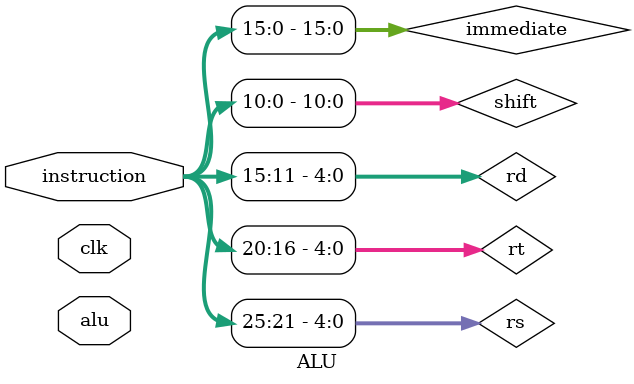
<source format=v>
module ALU(input clk,input alu,input [31:0] instruction);

wire [4:0] rs=instruction[25:21];
wire [4:0]rt=instruction[20:16];
wire [4:0] rd=instruction[15:11];
wire [10:0] shift=instruction[10:0];
wire [15:0] immediate=instruction[15:0];

always @(posedge alu) begin

    
    
    if(alu) begin
      $display("alu = %d,instruction = %b,rs = %d ,rt = %d, rd= %d,shift=%d,immediate=%d  time = %d",alu,instruction,rs,rt,rd,shift,immediate,$time);
    end
    
end




endmodule
</source>
